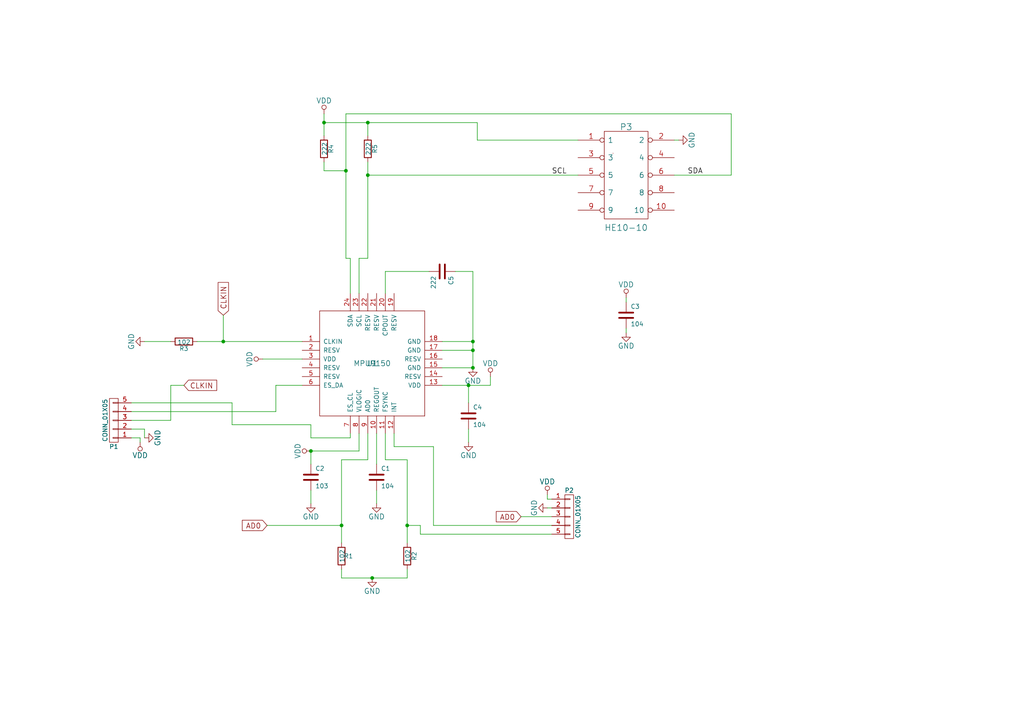
<source format=kicad_sch>
(kicad_sch (version 20230121) (generator eeschema)
  (paper "A4")
  (lib_symbols
    (symbol "mod-gyro-rescue:C" (pin_numbers hide) (pin_names (offset 0.254))
      (property "Reference" "C" (at 0.635 2.54 0))
      (property "Value" "C" (at 0.635 -2.54 0))
      (symbol "C_0_1"
        (polyline (pts (xy -2.032 -0.762) (xy 2.032 -0.762)) (stroke (width 0.508)))
        (polyline (pts (xy -2.032 0.762) (xy 2.032 0.762)) (stroke (width 0.508)))
      )
      (symbol "C_1_1"
        (pin passive line (at 0 3.81 270) (length 2.794) (name "~") (number "1"))
        (pin passive line (at 0 -3.81 90) (length 2.794) (name "~") (number "2"))
      )
    )
    (symbol "mod-gyro-rescue:CONN_01X05" (pin_names (offset 1.016) hide)
      (property "Reference" "P" (at 0 7.62 0))
      (property "Value" "CONN_01X05" (at 2.54 0 90))
      (symbol "CONN_01X05_0_1"
        (rectangle (start -1.27 -4.953) (end 0.254 -5.207))
        (rectangle (start -1.27 -2.413) (end 0.254 -2.667))
        (rectangle (start -1.27 0.127) (end 0.254 -0.127))
        (rectangle (start -1.27 2.667) (end 0.254 2.413))
        (rectangle (start -1.27 5.207) (end 0.254 4.953))
        (rectangle (start -1.27 6.35) (end 1.27 -6.35))
      )
      (symbol "CONN_01X05_1_1"
        (pin passive line (at -5.08 5.08 0) (length 3.81) (name "P1") (number "1"))
        (pin passive line (at -5.08 2.54 0) (length 3.81) (name "P2") (number "2"))
        (pin passive line (at -5.08 0 0) (length 3.81) (name "P3") (number "3"))
        (pin passive line (at -5.08 -2.54 0) (length 3.81) (name "P4") (number "4"))
        (pin passive line (at -5.08 -5.08 0) (length 3.81) (name "P5") (number "5"))
      )
    )
    (symbol "mod-gyro-rescue:GND" (power) (pin_names (offset 0))
      (property "Value" "GND" (at 0 -3.81 0))
      (symbol "GND_0_1"
        (polyline (pts (xy 0 0) (xy 0 -1.27) (xy 1.27 -1.27) (xy 0 -2.54) (xy -1.27 -1.27) (xy 0 -1.27)))
      )
      (symbol "GND_1_1"
        (pin power_in line (at 0 0 270) (length 0) hide (name "GND") (number "1"))
      )
    )
    (symbol "mod-gyro-rescue:HE10-10" (pin_names (offset 1.016))
      (property "Reference" "P" (at 0 13.97 0))
      (property "Value" "HE10-10" (at 0 -15.24 0))
      (symbol "HE10-10_0_1"
        (rectangle (start -6.35 12.7) (end 6.35 -12.7))
        (rectangle (start -3.81 6.35) (end -3.81 6.35))
        (rectangle (start -3.81 6.35) (end -3.81 6.35))
      )
      (symbol "HE10-10_1_1"
        (pin passive inverted (at -13.97 10.16 0) (length 7.62) (name "1") (number "1"))
        (pin passive inverted (at 13.97 -10.16 180) (length 7.62) (name "10") (number "10"))
        (pin passive inverted (at 13.97 10.16 180) (length 7.62) (name "2") (number "2"))
        (pin passive inverted (at -13.97 5.08 0) (length 7.62) (name "3") (number "3"))
        (pin passive inverted (at 13.97 5.08 180) (length 7.62) (name "4") (number "4"))
        (pin passive inverted (at -13.97 0 0) (length 7.62) (name "5") (number "5"))
        (pin passive inverted (at 13.97 0 180) (length 7.62) (name "6") (number "6"))
        (pin passive inverted (at -13.97 -5.08 0) (length 7.62) (name "7") (number "7"))
        (pin passive inverted (at 13.97 -5.08 180) (length 7.62) (name "8") (number "8"))
        (pin passive inverted (at -13.97 -10.16 0) (length 7.62) (name "9") (number "9"))
      )
    )
    (symbol "mod-gyro-rescue:MPU9150" (pin_names (offset 1.016))
      (property "Reference" "U" (at 0 0 0))
      (property "Value" "MPU9150" (at 0 0 0))
      (symbol "MPU9150_0_1"
        (rectangle (start -15.24 15.24) (end 15.24 -15.24))
        (rectangle (start 15.24 -15.24) (end 15.24 -15.24))
      )
      (symbol "MPU9150_1_1"
        (pin input line (at -20.32 6.35 0) (length 5.08) (name "CLKIN") (number "1"))
        (pin bidirectional line (at 1.27 -20.32 90) (length 5.08) (name "REGOUT") (number "10"))
        (pin input line (at 3.81 -20.32 90) (length 5.08) (name "FSYNC") (number "11"))
        (pin input line (at 6.35 -20.32 90) (length 5.08) (name "INT") (number "12"))
        (pin power_in line (at 20.32 -6.35 180) (length 5.08) (name "VDD") (number "13"))
        (pin passive line (at 20.32 -3.81 180) (length 5.08) (name "RESV") (number "14"))
        (pin power_in line (at 20.32 -1.27 180) (length 5.08) (name "GND") (number "15"))
        (pin passive line (at 20.32 1.27 180) (length 5.08) (name "RESV") (number "16"))
        (pin power_in line (at 20.32 3.81 180) (length 5.08) (name "GND") (number "17"))
        (pin power_in line (at 20.32 6.35 180) (length 5.08) (name "GND") (number "18"))
        (pin passive line (at 6.35 20.32 270) (length 5.08) (name "RESV") (number "19"))
        (pin passive line (at -20.32 3.81 0) (length 5.08) (name "RESV") (number "2"))
        (pin bidirectional line (at 3.81 20.32 270) (length 5.08) (name "CPOUT") (number "20"))
        (pin passive line (at 1.27 20.32 270) (length 5.08) (name "RESV") (number "21"))
        (pin passive line (at -1.27 20.32 270) (length 5.08) (name "RESV") (number "22"))
        (pin input line (at -3.81 20.32 270) (length 5.08) (name "SCL") (number "23"))
        (pin bidirectional line (at -6.35 20.32 270) (length 5.08) (name "SDA") (number "24"))
        (pin power_in line (at -20.32 1.27 0) (length 5.08) (name "VDD") (number "3"))
        (pin passive line (at -20.32 -1.27 0) (length 5.08) (name "RESV") (number "4"))
        (pin passive line (at -20.32 -3.81 0) (length 5.08) (name "RESV") (number "5"))
        (pin bidirectional line (at -20.32 -6.35 0) (length 5.08) (name "ES_DA") (number "6"))
        (pin input line (at -6.35 -20.32 90) (length 5.08) (name "ES_CL") (number "7"))
        (pin power_in line (at -3.81 -20.32 90) (length 5.08) (name "VLOGIC") (number "8"))
        (pin input line (at -1.27 -20.32 90) (length 5.08) (name "AD0") (number "9"))
      )
    )
    (symbol "mod-gyro-rescue:R" (pin_numbers hide) (pin_names (offset 0))
      (property "Reference" "R" (at 2.032 0 90))
      (property "Value" "R" (at 0 0 90))
      (symbol "R_0_1"
        (rectangle (start -1.016 -2.54) (end 1.016 2.54) (stroke (width 0.254)))
      )
      (symbol "R_1_1"
        (pin passive line (at 0 3.81 270) (length 1.27) (name "~") (number "1"))
        (pin passive line (at 0 -3.81 90) (length 1.27) (name "~") (number "2"))
      )
    )
    (symbol "mod-gyro-rescue:VDD" (power) (pin_names (offset 0))
      (property "Value" "VDD" (at 0 3.81 0))
      (symbol "VDD_0_1"
        (polyline (pts (xy 0 0) (xy 0 1.27)))
        (circle (center 0 1.905) (radius 0.635))
      )
      (symbol "VDD_1_1"
        (pin power_in line (at 0 0 90) (length 0) hide (name "VDD") (number "1"))
      )
    )
  )
  (junction (at 137.16 99.06))
  (junction (at 137.16 106.68))
  (junction (at 118.11 152.4))
  (junction (at 100.33 49.53))
  (junction (at 106.68 35.56))
  (junction (at 135.89 111.76))
  (junction (at 107.95 167.64))
  (junction (at 90.17 130.81))
  (junction (at 99.06 152.4))
  (junction (at 106.68 50.8))
  (junction (at 64.77 99.06))
  (junction (at 93.98 35.56))
  (junction (at 137.16 101.6))
  (wire (pts (xy 137.16 101.6) (xy 137.16 106.68)))
  (wire (pts (xy 111.76 125.73) (xy 111.76 133.35)))
  (wire (pts (xy 80.01 111.76) (xy 80.01 119.38)))
  (wire (pts (xy 135.89 111.76) (xy 135.89 116.84)))
  (wire (pts (xy 49.53 121.92) (xy 38.1 121.92)))
  (wire (pts (xy 158.75 143.51) (xy 158.75 144.78)))
  (wire (pts (xy 158.75 144.78) (xy 160.02 144.78)))
  (wire (pts (xy 100.33 33.02) (xy 100.33 49.53)))
  (wire (pts (xy 111.76 78.74) (xy 111.76 85.09)))
  (wire (pts (xy 114.3 125.73) (xy 114.3 129.54)))
  (wire (pts (xy 104.14 125.73) (xy 104.14 130.81)))
  (wire (pts (xy 137.16 99.06) (xy 137.16 101.6)))
  (wire (pts (xy 90.17 130.81) (xy 90.17 134.62)))
  (wire (pts (xy 121.92 154.94) (xy 160.02 154.94)))
  (wire (pts (xy 99.06 133.35) (xy 106.68 133.35)))
  (wire (pts (xy 128.27 99.06) (xy 137.16 99.06)))
  (wire (pts (xy 181.61 96.52) (xy 181.61 95.25)))
  (wire (pts (xy 104.14 85.09) (xy 104.14 74.93)))
  (wire (pts (xy 121.92 152.4) (xy 121.92 154.94)))
  (wire (pts (xy 125.73 152.4) (xy 160.02 152.4)))
  (wire (pts (xy 41.91 99.06) (xy 49.53 99.06)))
  (wire (pts (xy 106.68 50.8) (xy 106.68 46.99)))
  (wire (pts (xy 76.2 104.14) (xy 87.63 104.14)))
  (wire (pts (xy 137.16 101.6) (xy 128.27 101.6)))
  (wire (pts (xy 181.61 87.63) (xy 181.61 86.36)))
  (wire (pts (xy 167.64 50.8) (xy 106.68 50.8)))
  (wire (pts (xy 100.33 49.53) (xy 100.33 74.93)))
  (wire (pts (xy 137.16 106.68) (xy 128.27 106.68)))
  (wire (pts (xy 38.1 116.84) (xy 67.31 116.84)))
  (wire (pts (xy 128.27 111.76) (xy 135.89 111.76)))
  (wire (pts (xy 80.01 111.76) (xy 87.63 111.76)))
  (wire (pts (xy 57.15 99.06) (xy 64.77 99.06)))
  (wire (pts (xy 90.17 127) (xy 101.6 127)))
  (wire (pts (xy 107.95 167.64) (xy 118.11 167.64)))
  (wire (pts (xy 135.89 124.46) (xy 135.89 128.27)))
  (wire (pts (xy 125.73 129.54) (xy 125.73 152.4)))
  (wire (pts (xy 114.3 129.54) (xy 125.73 129.54)))
  (wire (pts (xy 106.68 133.35) (xy 106.68 125.73)))
  (wire (pts (xy 53.34 111.76) (xy 49.53 111.76)))
  (wire (pts (xy 118.11 152.4) (xy 121.92 152.4)))
  (wire (pts (xy 100.33 33.02) (xy 212.09 33.02)))
  (wire (pts (xy 93.98 35.56) (xy 93.98 39.37)))
  (wire (pts (xy 135.89 111.76) (xy 142.24 111.76)))
  (wire (pts (xy 101.6 127) (xy 101.6 125.73)))
  (wire (pts (xy 40.64 127) (xy 40.64 128.27)))
  (wire (pts (xy 106.68 35.56) (xy 106.68 39.37)))
  (wire (pts (xy 137.16 78.74) (xy 137.16 99.06)))
  (wire (pts (xy 138.43 40.64) (xy 138.43 35.56)))
  (wire (pts (xy 109.22 125.73) (xy 109.22 134.62)))
  (wire (pts (xy 106.68 35.56) (xy 93.98 35.56)))
  (wire (pts (xy 138.43 35.56) (xy 106.68 35.56)))
  (wire (pts (xy 118.11 152.4) (xy 118.11 157.48)))
  (wire (pts (xy 93.98 46.99) (xy 93.98 49.53)))
  (wire (pts (xy 38.1 124.46) (xy 41.91 124.46)))
  (wire (pts (xy 67.31 116.84) (xy 67.31 123.19)))
  (wire (pts (xy 212.09 50.8) (xy 195.58 50.8)))
  (wire (pts (xy 142.24 111.76) (xy 142.24 109.22)))
  (wire (pts (xy 99.06 152.4) (xy 99.06 157.48)))
  (wire (pts (xy 80.01 119.38) (xy 38.1 119.38)))
  (wire (pts (xy 41.91 124.46) (xy 41.91 127)))
  (wire (pts (xy 64.77 91.44) (xy 64.77 99.06)))
  (wire (pts (xy 93.98 49.53) (xy 100.33 49.53)))
  (wire (pts (xy 99.06 167.64) (xy 99.06 165.1)))
  (wire (pts (xy 106.68 74.93) (xy 106.68 50.8)))
  (wire (pts (xy 158.75 147.32) (xy 160.02 147.32)))
  (wire (pts (xy 111.76 78.74) (xy 124.46 78.74)))
  (wire (pts (xy 99.06 133.35) (xy 99.06 152.4)))
  (wire (pts (xy 111.76 133.35) (xy 118.11 133.35)))
  (wire (pts (xy 195.58 40.64) (xy 196.85 40.64)))
  (wire (pts (xy 64.77 99.06) (xy 87.63 99.06)))
  (wire (pts (xy 67.31 123.19) (xy 90.17 123.19)))
  (wire (pts (xy 104.14 74.93) (xy 106.68 74.93)))
  (wire (pts (xy 160.02 149.86) (xy 151.13 149.86)))
  (wire (pts (xy 77.47 152.4) (xy 99.06 152.4)))
  (wire (pts (xy 93.98 33.02) (xy 93.98 35.56)))
  (wire (pts (xy 167.64 40.64) (xy 138.43 40.64)))
  (wire (pts (xy 132.08 78.74) (xy 137.16 78.74)))
  (wire (pts (xy 109.22 142.24) (xy 109.22 146.05)))
  (wire (pts (xy 90.17 123.19) (xy 90.17 127)))
  (wire (pts (xy 212.09 33.02) (xy 212.09 50.8)))
  (wire (pts (xy 118.11 167.64) (xy 118.11 165.1)))
  (wire (pts (xy 104.14 130.81) (xy 90.17 130.81)))
  (wire (pts (xy 38.1 127) (xy 40.64 127)))
  (wire (pts (xy 99.06 167.64) (xy 107.95 167.64)))
  (wire (pts (xy 118.11 133.35) (xy 118.11 152.4)))
  (wire (pts (xy 101.6 74.93) (xy 101.6 85.09)))
  (wire (pts (xy 100.33 74.93) (xy 101.6 74.93)))
  (wire (pts (xy 49.53 111.76) (xy 49.53 121.92)))
  (wire (pts (xy 90.17 142.24) (xy 90.17 146.05)))
  (label "SCL" (at 160.02 50.8 0) (effects (font (size 1.524 1.524))))
  (label "SDA" (at 199.39 50.8 0) (effects (font (size 1.524 1.524))))
  (global_label "CLKIN" (shape input) (at 64.77 91.44 90) (effects (font (size 1.524 1.524))) (property "Intersheetrefs" "${INTERSHEET_REFS}" (effects hide)))
  (global_label "CLKIN" (shape input) (at 53.34 111.76 0) (effects (font (size 1.524 1.524))) (property "Intersheetrefs" "${INTERSHEET_REFS}" (effects hide)))
  (global_label "AD0" (shape input) (at 77.47 152.4 180) (effects (font (size 1.524 1.524))) (property "Intersheetrefs" "${INTERSHEET_REFS}" (effects hide)))
  (global_label "AD0" (shape input) (at 151.13 149.86 180) (effects (font (size 1.524 1.524))) (property "Intersheetrefs" "${INTERSHEET_REFS}" (effects hide)))
  (symbol (lib_id "mod-gyro-rescue:MPU9150") (at 107.95 105.41 0) (unit 1)
    (property "Reference" "U1" (at 107.95 105.41 0) (effects (font (size 1.524 1.524))))
    (property "Value" "MPU9150" (at 107.95 105.41 0) (effects (font (size 1.524 1.524))))
    (property "Footprint" "kicad_wrk:QFN-24-1EP_4x4mm_Pitch0.5mm" (effects hide))
  )
  (symbol (lib_id "mod-gyro-rescue:C") (at 90.17 138.43 0) (unit 1)
    (property "Reference" "C2" (at 91.44 135.89 0) (effects (justify left)))
    (property "Value" "103" (at 91.44 140.97 0) (effects (justify left)))
    (property "Footprint" "kicad_wrk:C_0603" (effects hide))
  )
  (symbol (lib_id "mod-gyro-rescue:C") (at 109.22 138.43 0) (unit 1)
    (property "Reference" "C1" (at 110.49 135.89 0) (effects (justify left)))
    (property "Value" "104" (at 110.49 140.97 0) (effects (justify left)))
    (property "Footprint" "kicad_wrk:C_0603" (effects hide))
  )
  (symbol (lib_id "mod-gyro-rescue:GND") (at 90.17 146.05 0) (unit 1)
    (property "Reference" "#PWR01" (effects hide))
    (property "Value" "GND" (at 90.17 149.86 0) (effects (font (size 1.524 1.524))))
  )
  (symbol (lib_id "mod-gyro-rescue:GND") (at 109.22 146.05 0) (unit 1)
    (property "Reference" "#PWR02" (effects hide))
    (property "Value" "GND" (at 109.22 149.86 0) (effects (font (size 1.524 1.524))))
  )
  (symbol (lib_id "mod-gyro-rescue:C") (at 135.89 120.65 0) (unit 1)
    (property "Reference" "C4" (at 137.16 118.11 0) (effects (justify left)))
    (property "Value" "104" (at 137.16 123.19 0) (effects (justify left)))
    (property "Footprint" "kicad_wrk:C_0603" (effects hide))
  )
  (symbol (lib_id "mod-gyro-rescue:GND") (at 135.89 128.27 0) (unit 1)
    (property "Reference" "#PWR03" (effects hide))
    (property "Value" "GND" (at 135.89 132.08 0) (effects (font (size 1.524 1.524))))
  )
  (symbol (lib_id "mod-gyro-rescue:C") (at 128.27 78.74 270) (unit 1)
    (property "Reference" "C5" (at 130.81 80.01 0) (effects (justify left)))
    (property "Value" "222" (at 125.73 80.01 0) (effects (justify left)))
    (property "Footprint" "kicad_wrk:C_0603" (effects hide))
  )
  (symbol (lib_id "mod-gyro-rescue:GND") (at 137.16 106.68 0) (unit 1)
    (property "Reference" "#PWR04" (effects hide))
    (property "Value" "GND" (at 137.16 110.49 0) (effects (font (size 1.524 1.524))))
  )
  (symbol (lib_id "mod-gyro-rescue:VDD") (at 142.24 109.22 0) (unit 1)
    (property "Reference" "#PWR05" (effects hide))
    (property "Value" "VDD" (at 142.24 105.41 0) (effects (font (size 1.524 1.524))))
  )
  (symbol (lib_id "mod-gyro-rescue:VDD") (at 76.2 104.14 90) (unit 1)
    (property "Reference" "#PWR06" (effects hide))
    (property "Value" "VDD" (at 72.39 104.14 0) (effects (font (size 1.524 1.524))))
  )
  (symbol (lib_id "mod-gyro-rescue:HE10-10") (at 181.61 50.8 0) (unit 1)
    (property "Reference" "P3" (at 181.61 36.83 0) (effects (font (size 1.778 1.778))))
    (property "Value" "HE10-10" (at 181.61 66.04 0) (effects (font (size 1.778 1.778))))
    (property "Footprint" "kicad_wrk:UEXTF" (effects hide))
  )
  (symbol (lib_id "mod-gyro-rescue:GND") (at 196.85 40.64 90) (unit 1)
    (property "Reference" "#PWR07" (effects hide))
    (property "Value" "GND" (at 200.66 40.64 0) (effects (font (size 1.524 1.524))))
  )
  (symbol (lib_id "mod-gyro-rescue:GND") (at 41.91 127 90) (unit 1)
    (property "Reference" "#PWR08" (effects hide))
    (property "Value" "GND" (at 45.72 127 0) (effects (font (size 1.524 1.524))))
  )
  (symbol (lib_id "mod-gyro-rescue:VDD") (at 40.64 128.27 180) (unit 1)
    (property "Reference" "#PWR09" (effects hide))
    (property "Value" "VDD" (at 40.64 132.08 0) (effects (font (size 1.524 1.524))))
  )
  (symbol (lib_id "mod-gyro-rescue:VDD") (at 90.17 130.81 90) (unit 1)
    (property "Reference" "#PWR010" (effects hide))
    (property "Value" "VDD" (at 86.36 130.81 0) (effects (font (size 1.524 1.524))))
  )
  (symbol (lib_id "mod-gyro-rescue:R") (at 99.06 161.29 0) (unit 1)
    (property "Reference" "R1" (at 101.092 161.29 0))
    (property "Value" "102" (at 99.2378 161.2646 90))
    (property "Footprint" "kicad_wrk:R_0603" (effects hide))
  )
  (symbol (lib_id "mod-gyro-rescue:R") (at 118.11 161.29 0) (unit 1)
    (property "Reference" "R2" (at 120.142 161.29 90))
    (property "Value" "102" (at 118.2878 161.2646 90))
    (property "Footprint" "kicad_wrk:R_0603" (effects hide))
  )
  (symbol (lib_id "mod-gyro-rescue:GND") (at 107.95 167.64 0) (unit 1)
    (property "Reference" "#PWR011" (effects hide))
    (property "Value" "GND" (at 107.95 171.45 0) (effects (font (size 1.524 1.524))))
  )
  (symbol (lib_id "mod-gyro-rescue:R") (at 53.34 99.06 270) (unit 1)
    (property "Reference" "R3" (at 53.34 101.092 90))
    (property "Value" "102" (at 53.3654 99.2378 90))
    (property "Footprint" "kicad_wrk:R_0603" (effects hide))
  )
  (symbol (lib_id "mod-gyro-rescue:GND") (at 41.91 99.06 270) (unit 1)
    (property "Reference" "#PWR012" (effects hide))
    (property "Value" "GND" (at 38.1 99.06 0) (effects (font (size 1.524 1.524))))
  )
  (symbol (lib_id "mod-gyro-rescue:C") (at 181.61 91.44 0) (unit 1)
    (property "Reference" "C3" (at 182.88 88.9 0) (effects (justify left)))
    (property "Value" "104" (at 182.88 93.98 0) (effects (justify left)))
    (property "Footprint" "kicad_wrk:C_0603" (effects hide))
  )
  (symbol (lib_id "mod-gyro-rescue:GND") (at 181.61 96.52 0) (unit 1)
    (property "Reference" "#PWR013" (effects hide))
    (property "Value" "GND" (at 181.61 100.33 0) (effects (font (size 1.524 1.524))))
  )
  (symbol (lib_id "mod-gyro-rescue:VDD") (at 181.61 86.36 0) (unit 1)
    (property "Reference" "#PWR014" (effects hide))
    (property "Value" "VDD" (at 181.61 82.55 0) (effects (font (size 1.524 1.524))))
  )
  (symbol (lib_id "mod-gyro-rescue:R") (at 106.68 43.18 0) (unit 1)
    (property "Reference" "R5" (at 108.712 43.18 90))
    (property "Value" "222" (at 106.8578 43.1546 90))
    (property "Footprint" "kicad_wrk:R_0603" (effects hide))
  )
  (symbol (lib_id "mod-gyro-rescue:R") (at 93.98 43.18 0) (unit 1)
    (property "Reference" "R4" (at 96.012 43.18 90))
    (property "Value" "222" (at 94.1578 43.1546 90))
    (property "Footprint" "kicad_wrk:R_0603" (effects hide))
  )
  (symbol (lib_id "mod-gyro-rescue:VDD") (at 93.98 33.02 0) (unit 1)
    (property "Reference" "#PWR015" (effects hide))
    (property "Value" "VDD" (at 93.98 29.21 0) (effects (font (size 1.524 1.524))))
  )
  (symbol (lib_id "mod-gyro-rescue:GND") (at 158.75 147.32 270) (unit 1)
    (property "Reference" "#PWR016" (effects hide))
    (property "Value" "GND" (at 154.94 147.32 0) (effects (font (size 1.524 1.524))))
  )
  (symbol (lib_id "mod-gyro-rescue:VDD") (at 158.75 143.51 0) (unit 1)
    (property "Reference" "#PWR017" (effects hide))
    (property "Value" "VDD" (at 158.75 139.7 0) (effects (font (size 1.524 1.524))))
  )
  (symbol (lib_id "mod-gyro-rescue:CONN_01X05") (at 33.02 121.92 180) (unit 1)
    (property "Reference" "P1" (at 33.02 129.54 0))
    (property "Value" "CONN_01X05" (at 30.48 121.92 90))
    (property "Footprint" "kicad_wrk:SIP5_Housing" (effects hide))
  )
  (symbol (lib_id "mod-gyro-rescue:CONN_01X05") (at 165.1 149.86 0) (unit 1)
    (property "Reference" "P2" (at 165.1 142.24 0))
    (property "Value" "CONN_01X05" (at 167.64 149.86 90))
    (property "Footprint" "kicad_wrk:SIP5_Housing" (effects hide))
  )
)
</source>
